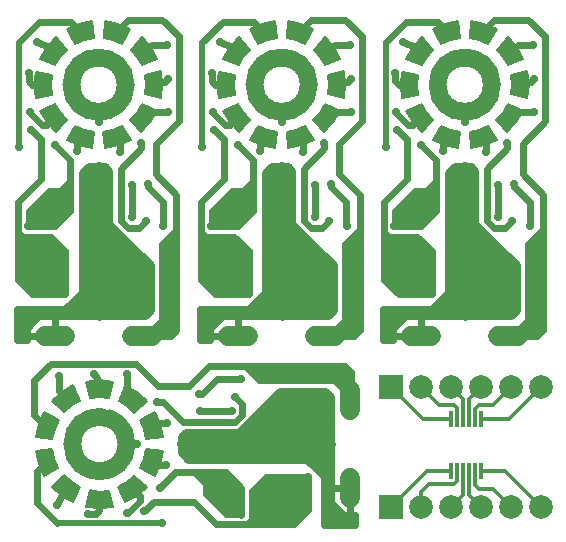
<source format=gbr>
%FSLAX34Y34*%
%MOMM*%
%LNCOPPER_TOP*%
G71*
G01*
%ADD10C, 2.000*%
%ADD11R, 0.300X1.450*%
%ADD12C, 0.300*%
%ADD13C, 0.700*%
%ADD14C, 0.600*%
%ADD15C, 1.700*%
%ADD16C, 0.500*%
%ADD17C, 1.500*%
%ADD18C, 0.150*%
%ADD19R, 0.900X0.900*%
%LPD*%
G36*
X345597Y-461325D02*
X365597Y-461325D01*
X365597Y-481325D01*
X345597Y-481325D01*
X345597Y-461325D01*
G37*
X380997Y-471325D02*
G54D10*
D03*
X406397Y-471325D02*
G54D10*
D03*
X431797Y-471325D02*
G54D10*
D03*
X457197Y-471325D02*
G54D10*
D03*
X457197Y-369725D02*
G54D10*
D03*
X431797Y-369725D02*
G54D10*
D03*
X406397Y-369725D02*
G54D10*
D03*
X380997Y-369725D02*
G54D10*
D03*
G36*
X345597Y-359725D02*
X365597Y-359725D01*
X365597Y-379725D01*
X345597Y-379725D01*
X345597Y-359725D01*
G37*
X406600Y-441000D02*
G54D11*
D03*
X406600Y-397000D02*
G54D11*
D03*
X411600Y-441000D02*
G54D11*
D03*
X411600Y-397000D02*
G54D11*
D03*
X416600Y-441000D02*
G54D11*
D03*
X416600Y-397000D02*
G54D11*
D03*
X421600Y-441000D02*
G54D11*
D03*
X421600Y-397000D02*
G54D11*
D03*
X426600Y-441000D02*
G54D11*
D03*
X426600Y-397000D02*
G54D11*
D03*
X431600Y-441000D02*
G54D11*
D03*
X431600Y-397000D02*
G54D11*
D03*
X482597Y-471325D02*
G54D10*
D03*
X482597Y-369725D02*
G54D10*
D03*
G54D12*
X406600Y-441000D02*
X385922Y-441000D01*
X355597Y-471325D01*
G54D12*
X411600Y-441000D02*
X411600Y-449400D01*
X409000Y-452000D01*
X388000Y-452000D01*
X381000Y-459000D01*
X380997Y-471325D01*
G54D12*
X416600Y-441000D02*
X416600Y-461122D01*
X406397Y-471325D01*
G54D12*
X421600Y-441000D02*
X421600Y-461128D01*
X431797Y-471325D01*
G54D12*
X426600Y-441000D02*
X426600Y-452600D01*
X430000Y-456000D01*
X441872Y-456000D01*
X457197Y-471325D01*
G54D12*
X431600Y-441000D02*
X452272Y-441000D01*
X482597Y-471325D01*
G54D12*
X431600Y-397000D02*
X455322Y-397000D01*
X482597Y-369725D01*
G54D12*
X426600Y-397000D02*
X426600Y-388400D01*
X430000Y-385000D01*
X441922Y-385000D01*
X457197Y-369725D01*
G54D12*
X421600Y-397000D02*
X421600Y-379922D01*
X431797Y-369725D01*
G54D12*
X416600Y-397000D02*
X416600Y-379928D01*
X406397Y-369725D01*
G54D12*
X411600Y-397000D02*
X411600Y-387600D01*
X409000Y-385000D01*
X396272Y-385000D01*
X380997Y-369725D01*
G54D12*
X406600Y-397000D02*
X382872Y-397000D01*
X355597Y-369725D01*
X108000Y-146000D02*
G54D13*
D03*
X166000Y-80000D02*
G54D13*
D03*
G54D14*
X146000Y-87000D02*
X153000Y-80000D01*
X166000Y-80000D01*
X167000Y-109000D02*
G54D13*
D03*
X167000Y-137000D02*
G54D13*
D03*
G54D14*
X146000Y-141000D02*
X150000Y-137000D01*
X167000Y-137000D01*
G54D14*
X108000Y-146000D02*
X108000Y-137000D01*
X126000Y-171000D02*
G54D13*
D03*
X90000Y-170000D02*
G54D13*
D03*
G54D14*
X122000Y-158000D02*
X126000Y-162000D01*
X126000Y-171000D01*
G54D14*
X94000Y-158000D02*
X90000Y-162000D01*
X90000Y-170000D01*
X50000Y-137000D02*
G54D13*
D03*
X49000Y-104000D02*
G54D13*
D03*
X56000Y-78000D02*
G54D13*
D03*
G54D14*
X71000Y-87000D02*
X66000Y-82000D01*
X56000Y-78000D01*
G54D15*
X136500Y-326500D02*
X153500Y-326500D01*
G54D15*
X62500Y-326500D02*
X79500Y-326500D01*
G54D14*
X122000Y-70000D02*
X133000Y-59000D01*
X162000Y-59000D01*
X176000Y-73000D01*
X176000Y-145000D01*
X157000Y-164000D01*
G54D14*
X157000Y-164000D02*
X157000Y-190000D01*
X174000Y-207000D01*
X174000Y-321000D01*
X150000Y-198000D02*
G54D13*
D03*
G54D14*
X150000Y-198000D02*
X150000Y-200700D01*
X162900Y-213600D01*
X162900Y-233900D01*
X163000Y-234000D01*
X162900Y-233900D01*
X163000Y-234000D02*
G54D13*
D03*
X136000Y-226000D02*
G54D13*
D03*
X136000Y-199000D02*
G54D13*
D03*
X144000Y-163000D02*
G54D13*
D03*
G54D14*
X136000Y-199000D02*
X136000Y-226000D01*
G54D14*
X144000Y-165000D02*
X144000Y-168000D01*
X127000Y-185000D01*
X127000Y-229000D01*
X133000Y-235000D01*
X142000Y-235000D01*
X148000Y-229000D01*
X148000Y-229000D02*
G54D13*
D03*
X48500Y-234000D02*
G54D13*
D03*
X71000Y-165000D02*
G54D13*
D03*
G54D14*
X48000Y-234000D02*
X71000Y-234000D01*
X84000Y-221000D01*
X84000Y-178000D01*
X71000Y-165000D01*
G54D16*
X41000Y-80000D02*
X41000Y-167000D01*
X41000Y-167000D02*
G54D13*
D03*
X80000Y-291000D02*
G54D13*
D03*
G54D14*
X80000Y-291000D02*
X80000Y-283000D01*
X40000Y-243000D01*
X40000Y-213000D01*
X59000Y-194000D01*
X59000Y-160000D01*
X51000Y-152000D01*
X51000Y-152000D02*
G54D13*
D03*
X108000Y-183000D02*
G54D13*
D03*
X108000Y-191000D02*
G54D13*
D03*
G54D14*
X108000Y-183000D02*
X108000Y-191000D01*
X108000Y-310500D01*
G54D14*
X94000Y-70000D02*
X85000Y-61000D01*
X58000Y-61000D01*
X41000Y-78000D01*
G36*
X108000Y-183000D02*
X100000Y-183000D01*
X94000Y-189000D01*
X94000Y-290000D01*
X80000Y-304000D01*
X39000Y-304000D01*
X39000Y-331000D01*
X48000Y-331000D01*
X48000Y-321000D01*
X58000Y-311000D01*
X148000Y-311000D01*
X153000Y-306000D01*
X153000Y-267000D01*
X118000Y-232000D01*
X118000Y-187000D01*
X114000Y-183000D01*
X108000Y-183000D01*
G37*
G54D16*
X108000Y-183000D02*
X100000Y-183000D01*
X94000Y-189000D01*
X94000Y-290000D01*
X80000Y-304000D01*
X39000Y-304000D01*
X39000Y-331000D01*
X48000Y-331000D01*
X48000Y-321000D01*
X58000Y-311000D01*
X148000Y-311000D01*
X153000Y-306000D01*
X153000Y-267000D01*
X118000Y-232000D01*
X118000Y-187000D01*
X114000Y-183000D01*
X108000Y-183000D01*
G36*
X84000Y-196000D02*
X83000Y-196000D01*
X75000Y-204000D01*
X66000Y-204000D01*
X49000Y-221000D01*
X49000Y-233500D01*
X48500Y-234000D01*
X71000Y-234000D01*
X84000Y-221000D01*
X84000Y-196000D01*
G37*
G54D14*
X84000Y-196000D02*
X83000Y-196000D01*
X75000Y-204000D01*
X66000Y-204000D01*
X49000Y-221000D01*
X49000Y-233500D01*
X48500Y-234000D01*
X71000Y-234000D01*
X84000Y-221000D01*
X84000Y-196000D01*
G36*
X40000Y-243000D02*
X68000Y-243000D01*
X80000Y-255000D01*
X80000Y-291000D01*
X52000Y-291000D01*
X40000Y-279000D01*
X40000Y-243000D01*
G37*
G54D14*
X40000Y-243000D02*
X68000Y-243000D01*
X80000Y-255000D01*
X80000Y-291000D01*
X52000Y-291000D01*
X40000Y-279000D01*
X40000Y-243000D01*
G54D14*
X40000Y-239000D02*
X45000Y-244000D01*
G54D14*
X50000Y-137000D02*
X50000Y-138000D01*
X60000Y-148000D01*
X64000Y-148000D01*
X71000Y-141000D01*
G54D14*
X61000Y-114000D02*
X52000Y-114000D01*
X49000Y-111000D01*
X49000Y-104000D01*
G54D14*
X155000Y-112000D02*
X164000Y-112000D01*
X167000Y-109000D01*
G54D14*
X71000Y-326500D02*
X41500Y-326500D01*
X41000Y-327000D01*
G54D14*
X71000Y-326500D02*
X71000Y-308000D01*
G36*
X145000Y-326500D02*
X148500Y-326500D01*
X162000Y-313000D01*
X162000Y-249000D01*
X174000Y-237000D01*
X174000Y-322000D01*
X169000Y-327000D01*
X145500Y-327000D01*
X145000Y-326500D01*
G37*
G54D14*
X145000Y-326500D02*
X148500Y-326500D01*
X162000Y-313000D01*
X162000Y-249000D01*
X174000Y-237000D01*
X174000Y-322000D01*
X169000Y-327000D01*
X145500Y-327000D01*
X145000Y-326500D01*
G54D17*
G75*
G01X131000Y-114000D02*
G03X131000Y-114000I-23000J0D01*
G01*
G36*
X112250Y-74250D02*
X113644Y-60296D01*
X124687Y-62643D01*
X135000Y-67235D01*
X128000Y-79500D01*
X120500Y-76000D01*
X112250Y-74250D01*
G37*
G54D18*
X112250Y-74250D02*
X113644Y-60296D01*
X124687Y-62643D01*
X135000Y-67235D01*
X128000Y-79500D01*
X120500Y-76000D01*
X112250Y-74250D01*
G36*
X135119Y-84234D02*
X144449Y-73765D01*
X152003Y-82154D01*
X157648Y-91931D01*
X144775Y-97739D01*
X140765Y-90499D01*
X135119Y-84234D01*
G37*
G54D18*
X135119Y-84234D02*
X144449Y-73765D01*
X152003Y-82154D01*
X157648Y-91931D01*
X144775Y-97739D01*
X140765Y-90499D01*
X135119Y-84234D01*
G36*
X147170Y-105645D02*
X160872Y-102659D01*
X162052Y-113886D01*
X160872Y-125114D01*
X147044Y-122246D01*
X148055Y-114032D01*
X147170Y-105645D01*
G37*
G54D18*
X147170Y-105645D02*
X160872Y-102659D01*
X162052Y-113886D01*
X160872Y-125114D01*
X147044Y-122246D01*
X148055Y-114032D01*
X147170Y-105645D01*
G36*
X144491Y-130325D02*
X157332Y-135964D01*
X151687Y-145740D01*
X144133Y-154130D01*
X134631Y-143682D01*
X140277Y-137631D01*
X144491Y-130325D01*
G37*
G54D18*
X144491Y-130325D02*
X157332Y-135964D01*
X151687Y-145740D01*
X144133Y-154130D01*
X134631Y-143682D01*
X140277Y-137631D01*
X144491Y-130325D01*
G36*
X128020Y-148712D02*
X135094Y-160821D01*
X124780Y-165413D01*
X113738Y-167760D01*
X112192Y-153723D01*
X120317Y-152146D01*
X128020Y-148712D01*
G37*
G54D18*
X128020Y-148712D02*
X135094Y-160821D01*
X124780Y-165413D01*
X113738Y-167760D01*
X112192Y-153723D01*
X120317Y-152146D01*
X128020Y-148712D01*
G36*
X103777Y-153852D02*
X102383Y-167806D01*
X91340Y-165459D01*
X81027Y-160867D01*
X88027Y-148602D01*
X95527Y-152102D01*
X103777Y-153852D01*
G37*
G54D18*
X103777Y-153852D02*
X102383Y-167806D01*
X91340Y-165459D01*
X81027Y-160867D01*
X88027Y-148602D01*
X95527Y-152102D01*
X103777Y-153852D01*
G36*
X81158Y-143618D02*
X71828Y-154087D01*
X64274Y-145698D01*
X58629Y-135921D01*
X71502Y-130113D01*
X75512Y-137353D01*
X81158Y-143618D01*
G37*
G54D18*
X81158Y-143618D02*
X71828Y-154087D01*
X64274Y-145698D01*
X58629Y-135921D01*
X71502Y-130113D01*
X75512Y-137353D01*
X81158Y-143618D01*
G36*
X68607Y-122457D02*
X54904Y-125443D01*
X53724Y-114216D01*
X54904Y-102988D01*
X68733Y-105856D01*
X67722Y-114070D01*
X68607Y-122457D01*
G37*
G54D18*
X68607Y-122457D02*
X54904Y-125443D01*
X53724Y-114216D01*
X54904Y-102988D01*
X68733Y-105856D01*
X67722Y-114070D01*
X68607Y-122457D01*
G36*
X71509Y-97675D02*
X58668Y-92036D01*
X64313Y-82260D01*
X71867Y-73870D01*
X81369Y-84318D01*
X75723Y-90369D01*
X71509Y-97675D01*
G37*
G54D18*
X71509Y-97675D02*
X58668Y-92036D01*
X64313Y-82260D01*
X71867Y-73870D01*
X81369Y-84318D01*
X75723Y-90369D01*
X71509Y-97675D01*
G36*
X87980Y-79287D02*
X80906Y-67178D01*
X91219Y-62586D01*
X102262Y-60239D01*
X103808Y-74277D01*
X95683Y-75854D01*
X87980Y-79287D01*
G37*
G54D18*
X87980Y-79287D02*
X80906Y-67178D01*
X91219Y-62586D01*
X102262Y-60239D01*
X103808Y-74277D01*
X95683Y-75854D01*
X87980Y-79287D01*
X155000Y-114000D02*
G54D19*
D03*
X62000Y-114000D02*
G54D19*
D03*
G36*
X119111Y-64330D02*
X127670Y-67111D01*
X124889Y-75670D01*
X116330Y-72889D01*
X119111Y-64330D01*
G37*
G36*
X146996Y-80714D02*
X152285Y-87996D01*
X145004Y-93286D01*
X139714Y-86004D01*
X146996Y-80714D01*
G37*
G36*
X152286Y-140004D02*
X146995Y-147286D01*
X139714Y-141996D01*
X145005Y-134714D01*
X152286Y-140004D01*
G37*
G36*
X127670Y-160889D02*
X119111Y-163670D01*
X116330Y-155111D01*
X124889Y-152330D01*
X127670Y-160889D01*
G37*
G36*
X96889Y-163670D02*
X88330Y-160889D01*
X91111Y-152330D01*
X99670Y-155111D01*
X96889Y-163670D01*
G37*
G36*
X70005Y-147286D02*
X64715Y-140004D01*
X71996Y-134714D01*
X77286Y-141996D01*
X70005Y-147286D01*
G37*
G36*
X70004Y-80714D02*
X77286Y-86005D01*
X71996Y-93286D01*
X64714Y-87996D01*
X70004Y-80714D01*
G37*
G36*
X96889Y-64330D02*
X99670Y-72889D01*
X91111Y-75670D01*
X88330Y-67111D01*
X96889Y-64330D01*
G37*
X263000Y-146000D02*
G54D13*
D03*
X321000Y-80000D02*
G54D13*
D03*
G54D14*
X301000Y-87000D02*
X308000Y-80000D01*
X321000Y-80000D01*
X322000Y-109000D02*
G54D13*
D03*
X322000Y-137000D02*
G54D13*
D03*
G54D14*
X301000Y-141000D02*
X305000Y-137000D01*
X322000Y-137000D01*
G54D14*
X263000Y-146000D02*
X263000Y-137000D01*
X281000Y-171000D02*
G54D13*
D03*
X245000Y-170000D02*
G54D13*
D03*
G54D14*
X277000Y-158000D02*
X281000Y-162000D01*
X281000Y-171000D01*
G54D14*
X249000Y-158000D02*
X245000Y-162000D01*
X245000Y-170000D01*
X205000Y-137000D02*
G54D13*
D03*
X204000Y-104000D02*
G54D13*
D03*
X211000Y-78000D02*
G54D13*
D03*
G54D14*
X226000Y-87000D02*
X221000Y-82000D01*
X211000Y-78000D01*
G54D15*
X291500Y-326500D02*
X308500Y-326500D01*
G54D15*
X217500Y-326500D02*
X234500Y-326500D01*
G54D14*
X277000Y-70000D02*
X288000Y-59000D01*
X317000Y-59000D01*
X331000Y-73000D01*
X331000Y-145000D01*
X312000Y-164000D01*
G54D14*
X312000Y-164000D02*
X312000Y-190000D01*
X329000Y-207000D01*
X329000Y-321000D01*
X305000Y-198000D02*
G54D13*
D03*
G54D14*
X305000Y-198000D02*
X305000Y-200700D01*
X317900Y-213600D01*
X317900Y-233900D01*
X318000Y-234000D01*
X317900Y-233900D01*
X318000Y-234000D02*
G54D13*
D03*
X291000Y-226000D02*
G54D13*
D03*
X291000Y-199000D02*
G54D13*
D03*
X299000Y-163000D02*
G54D13*
D03*
G54D14*
X291000Y-199000D02*
X291000Y-226000D01*
G54D14*
X299000Y-165000D02*
X299000Y-168000D01*
X282000Y-185000D01*
X282000Y-229000D01*
X288000Y-235000D01*
X297000Y-235000D01*
X303000Y-229000D01*
X303000Y-229000D02*
G54D13*
D03*
X203500Y-234000D02*
G54D13*
D03*
X226000Y-165000D02*
G54D13*
D03*
G54D14*
X203000Y-234000D02*
X226000Y-234000D01*
X239000Y-221000D01*
X239000Y-178000D01*
X226000Y-165000D01*
G54D16*
X196000Y-80000D02*
X196000Y-167000D01*
X196000Y-167000D02*
G54D13*
D03*
X235000Y-291000D02*
G54D13*
D03*
G54D14*
X235000Y-291000D02*
X235000Y-283000D01*
X195000Y-243000D01*
X195000Y-213000D01*
X214000Y-194000D01*
X214000Y-160000D01*
X206000Y-152000D01*
X206000Y-152000D02*
G54D13*
D03*
X263000Y-183000D02*
G54D13*
D03*
X263000Y-191000D02*
G54D13*
D03*
G54D14*
X263000Y-183000D02*
X263000Y-191000D01*
X263000Y-310500D01*
G54D14*
X249000Y-70000D02*
X240000Y-61000D01*
X213000Y-61000D01*
X196000Y-78000D01*
G36*
X263000Y-183000D02*
X255000Y-183000D01*
X249000Y-189000D01*
X249000Y-290000D01*
X235000Y-304000D01*
X194000Y-304000D01*
X194000Y-331000D01*
X203000Y-331000D01*
X203000Y-321000D01*
X213000Y-311000D01*
X303000Y-311000D01*
X308000Y-306000D01*
X308000Y-267000D01*
X273000Y-232000D01*
X273000Y-187000D01*
X269000Y-183000D01*
X263000Y-183000D01*
G37*
G54D16*
X263000Y-183000D02*
X255000Y-183000D01*
X249000Y-189000D01*
X249000Y-290000D01*
X235000Y-304000D01*
X194000Y-304000D01*
X194000Y-331000D01*
X203000Y-331000D01*
X203000Y-321000D01*
X213000Y-311000D01*
X303000Y-311000D01*
X308000Y-306000D01*
X308000Y-267000D01*
X273000Y-232000D01*
X273000Y-187000D01*
X269000Y-183000D01*
X263000Y-183000D01*
G36*
X239000Y-196000D02*
X238000Y-196000D01*
X230000Y-204000D01*
X221000Y-204000D01*
X204000Y-221000D01*
X204000Y-233500D01*
X203500Y-234000D01*
X226000Y-234000D01*
X239000Y-221000D01*
X239000Y-196000D01*
G37*
G54D14*
X239000Y-196000D02*
X238000Y-196000D01*
X230000Y-204000D01*
X221000Y-204000D01*
X204000Y-221000D01*
X204000Y-233500D01*
X203500Y-234000D01*
X226000Y-234000D01*
X239000Y-221000D01*
X239000Y-196000D01*
G36*
X195000Y-243000D02*
X223000Y-243000D01*
X235000Y-255000D01*
X235000Y-291000D01*
X207000Y-291000D01*
X195000Y-279000D01*
X195000Y-243000D01*
G37*
G54D14*
X195000Y-243000D02*
X223000Y-243000D01*
X235000Y-255000D01*
X235000Y-291000D01*
X207000Y-291000D01*
X195000Y-279000D01*
X195000Y-243000D01*
G54D14*
X195000Y-239000D02*
X200000Y-244000D01*
G54D14*
X205000Y-137000D02*
X205000Y-138000D01*
X215000Y-148000D01*
X219000Y-148000D01*
X226000Y-141000D01*
G54D14*
X216000Y-114000D02*
X207000Y-114000D01*
X204000Y-111000D01*
X204000Y-104000D01*
G54D14*
X310000Y-112000D02*
X319000Y-112000D01*
X322000Y-109000D01*
G54D14*
X226000Y-326500D02*
X196500Y-326500D01*
X196000Y-327000D01*
G54D14*
X226000Y-326500D02*
X226000Y-308000D01*
G36*
X300000Y-326500D02*
X303500Y-326500D01*
X317000Y-313000D01*
X317000Y-249000D01*
X329000Y-237000D01*
X329000Y-322000D01*
X324000Y-327000D01*
X300500Y-327000D01*
X300000Y-326500D01*
G37*
G54D14*
X300000Y-326500D02*
X303500Y-326500D01*
X317000Y-313000D01*
X317000Y-249000D01*
X329000Y-237000D01*
X329000Y-322000D01*
X324000Y-327000D01*
X300500Y-327000D01*
X300000Y-326500D01*
G54D17*
G75*
G01X286000Y-114000D02*
G03X286000Y-114000I-23000J0D01*
G01*
G36*
X267250Y-74250D02*
X268644Y-60296D01*
X279687Y-62643D01*
X290000Y-67235D01*
X283000Y-79500D01*
X275500Y-76000D01*
X267250Y-74250D01*
G37*
G54D18*
X267250Y-74250D02*
X268644Y-60296D01*
X279687Y-62643D01*
X290000Y-67235D01*
X283000Y-79500D01*
X275500Y-76000D01*
X267250Y-74250D01*
G36*
X290119Y-84234D02*
X299449Y-73765D01*
X307003Y-82154D01*
X312648Y-91931D01*
X299775Y-97739D01*
X295765Y-90499D01*
X290119Y-84234D01*
G37*
G54D18*
X290119Y-84234D02*
X299449Y-73765D01*
X307003Y-82154D01*
X312648Y-91931D01*
X299775Y-97739D01*
X295765Y-90499D01*
X290119Y-84234D01*
G36*
X302170Y-105645D02*
X315872Y-102659D01*
X317052Y-113886D01*
X315872Y-125114D01*
X302044Y-122246D01*
X303055Y-114032D01*
X302170Y-105645D01*
G37*
G54D18*
X302170Y-105645D02*
X315872Y-102659D01*
X317052Y-113886D01*
X315872Y-125114D01*
X302044Y-122246D01*
X303055Y-114032D01*
X302170Y-105645D01*
G36*
X299491Y-130325D02*
X312332Y-135964D01*
X306687Y-145740D01*
X299133Y-154130D01*
X289631Y-143682D01*
X295277Y-137631D01*
X299491Y-130325D01*
G37*
G54D18*
X299491Y-130325D02*
X312332Y-135964D01*
X306687Y-145740D01*
X299133Y-154130D01*
X289631Y-143682D01*
X295277Y-137631D01*
X299491Y-130325D01*
G36*
X283020Y-148712D02*
X290094Y-160821D01*
X279780Y-165413D01*
X268738Y-167760D01*
X267192Y-153723D01*
X275317Y-152146D01*
X283020Y-148712D01*
G37*
G54D18*
X283020Y-148712D02*
X290094Y-160821D01*
X279780Y-165413D01*
X268738Y-167760D01*
X267192Y-153723D01*
X275317Y-152146D01*
X283020Y-148712D01*
G36*
X258777Y-153852D02*
X257383Y-167806D01*
X246340Y-165459D01*
X236027Y-160867D01*
X243027Y-148602D01*
X250527Y-152102D01*
X258777Y-153852D01*
G37*
G54D18*
X258777Y-153852D02*
X257383Y-167806D01*
X246340Y-165459D01*
X236027Y-160867D01*
X243027Y-148602D01*
X250527Y-152102D01*
X258777Y-153852D01*
G36*
X236158Y-143618D02*
X226828Y-154087D01*
X219274Y-145698D01*
X213629Y-135921D01*
X226502Y-130113D01*
X230512Y-137353D01*
X236158Y-143618D01*
G37*
G54D18*
X236158Y-143618D02*
X226828Y-154087D01*
X219274Y-145698D01*
X213629Y-135921D01*
X226502Y-130113D01*
X230512Y-137353D01*
X236158Y-143618D01*
G36*
X223607Y-122457D02*
X209904Y-125443D01*
X208724Y-114216D01*
X209904Y-102988D01*
X223733Y-105856D01*
X222722Y-114070D01*
X223607Y-122457D01*
G37*
G54D18*
X223607Y-122457D02*
X209904Y-125443D01*
X208724Y-114216D01*
X209904Y-102988D01*
X223733Y-105856D01*
X222722Y-114070D01*
X223607Y-122457D01*
G36*
X226509Y-97675D02*
X213668Y-92036D01*
X219313Y-82260D01*
X226867Y-73870D01*
X236369Y-84318D01*
X230723Y-90369D01*
X226509Y-97675D01*
G37*
G54D18*
X226509Y-97675D02*
X213668Y-92036D01*
X219313Y-82260D01*
X226867Y-73870D01*
X236369Y-84318D01*
X230723Y-90369D01*
X226509Y-97675D01*
G36*
X242980Y-79287D02*
X235906Y-67178D01*
X246219Y-62586D01*
X257262Y-60239D01*
X258808Y-74277D01*
X250683Y-75854D01*
X242980Y-79287D01*
G37*
G54D18*
X242980Y-79287D02*
X235906Y-67178D01*
X246219Y-62586D01*
X257262Y-60239D01*
X258808Y-74277D01*
X250683Y-75854D01*
X242980Y-79287D01*
X310000Y-114000D02*
G54D19*
D03*
X217000Y-114000D02*
G54D19*
D03*
G36*
X274111Y-64330D02*
X282670Y-67111D01*
X279889Y-75670D01*
X271330Y-72889D01*
X274111Y-64330D01*
G37*
G36*
X301996Y-80714D02*
X307285Y-87996D01*
X300004Y-93286D01*
X294714Y-86004D01*
X301996Y-80714D01*
G37*
G36*
X307286Y-140004D02*
X301995Y-147286D01*
X294714Y-141996D01*
X300005Y-134714D01*
X307286Y-140004D01*
G37*
G36*
X282670Y-160889D02*
X274111Y-163670D01*
X271330Y-155111D01*
X279889Y-152330D01*
X282670Y-160889D01*
G37*
G36*
X251889Y-163670D02*
X243330Y-160889D01*
X246111Y-152330D01*
X254670Y-155111D01*
X251889Y-163670D01*
G37*
G36*
X225005Y-147286D02*
X219715Y-140004D01*
X226996Y-134714D01*
X232286Y-141996D01*
X225005Y-147286D01*
G37*
G36*
X225004Y-80714D02*
X232286Y-86005D01*
X226996Y-93286D01*
X219714Y-87996D01*
X225004Y-80714D01*
G37*
G36*
X251889Y-64330D02*
X254670Y-72889D01*
X246111Y-75670D01*
X243330Y-67111D01*
X251889Y-64330D01*
G37*
X418000Y-146000D02*
G54D13*
D03*
X476000Y-80000D02*
G54D13*
D03*
G54D14*
X456000Y-87000D02*
X463000Y-80000D01*
X476000Y-80000D01*
X477000Y-109000D02*
G54D13*
D03*
X477000Y-137000D02*
G54D13*
D03*
G54D14*
X456000Y-141000D02*
X460000Y-137000D01*
X477000Y-137000D01*
G54D14*
X418000Y-146000D02*
X418000Y-137000D01*
X436000Y-171000D02*
G54D13*
D03*
X400000Y-170000D02*
G54D13*
D03*
G54D14*
X432000Y-158000D02*
X436000Y-162000D01*
X436000Y-171000D01*
G54D14*
X404000Y-158000D02*
X400000Y-162000D01*
X400000Y-170000D01*
X360000Y-137000D02*
G54D13*
D03*
X359000Y-104000D02*
G54D13*
D03*
X366000Y-78000D02*
G54D13*
D03*
G54D14*
X381000Y-87000D02*
X376000Y-82000D01*
X366000Y-78000D01*
G54D15*
X446500Y-326500D02*
X463500Y-326500D01*
G54D15*
X372500Y-326500D02*
X389500Y-326500D01*
G54D14*
X432000Y-70000D02*
X443000Y-59000D01*
X472000Y-59000D01*
X486000Y-73000D01*
X486000Y-145000D01*
X467000Y-164000D01*
G54D14*
X467000Y-164000D02*
X467000Y-190000D01*
X484000Y-207000D01*
X484000Y-321000D01*
X460000Y-198000D02*
G54D13*
D03*
G54D14*
X460000Y-198000D02*
X460000Y-200700D01*
X472900Y-213600D01*
X472900Y-233900D01*
X473000Y-234000D01*
X472900Y-233900D01*
X473000Y-234000D02*
G54D13*
D03*
X446000Y-226000D02*
G54D13*
D03*
X446000Y-199000D02*
G54D13*
D03*
X454000Y-163000D02*
G54D13*
D03*
G54D14*
X446000Y-199000D02*
X446000Y-226000D01*
G54D14*
X454000Y-165000D02*
X454000Y-168000D01*
X437000Y-185000D01*
X437000Y-229000D01*
X443000Y-235000D01*
X452000Y-235000D01*
X458000Y-229000D01*
X458000Y-229000D02*
G54D13*
D03*
X358500Y-234000D02*
G54D13*
D03*
X381000Y-165000D02*
G54D13*
D03*
G54D14*
X358000Y-234000D02*
X381000Y-234000D01*
X394000Y-221000D01*
X394000Y-178000D01*
X381000Y-165000D01*
G54D16*
X351000Y-80000D02*
X351000Y-167000D01*
X351000Y-167000D02*
G54D13*
D03*
X390000Y-291000D02*
G54D13*
D03*
G54D14*
X390000Y-291000D02*
X390000Y-283000D01*
X350000Y-243000D01*
X350000Y-213000D01*
X369000Y-194000D01*
X369000Y-160000D01*
X361000Y-152000D01*
X361000Y-152000D02*
G54D13*
D03*
X418000Y-183000D02*
G54D13*
D03*
X418000Y-191000D02*
G54D13*
D03*
G54D14*
X418000Y-183000D02*
X418000Y-191000D01*
X418000Y-310500D01*
G54D14*
X404000Y-70000D02*
X395000Y-61000D01*
X368000Y-61000D01*
X351000Y-78000D01*
G36*
X418000Y-183000D02*
X410000Y-183000D01*
X404000Y-189000D01*
X404000Y-290000D01*
X390000Y-304000D01*
X349000Y-304000D01*
X349000Y-331000D01*
X358000Y-331000D01*
X358000Y-321000D01*
X368000Y-311000D01*
X458000Y-311000D01*
X463000Y-306000D01*
X463000Y-267000D01*
X428000Y-232000D01*
X428000Y-187000D01*
X424000Y-183000D01*
X418000Y-183000D01*
G37*
G54D16*
X418000Y-183000D02*
X410000Y-183000D01*
X404000Y-189000D01*
X404000Y-290000D01*
X390000Y-304000D01*
X349000Y-304000D01*
X349000Y-331000D01*
X358000Y-331000D01*
X358000Y-321000D01*
X368000Y-311000D01*
X458000Y-311000D01*
X463000Y-306000D01*
X463000Y-267000D01*
X428000Y-232000D01*
X428000Y-187000D01*
X424000Y-183000D01*
X418000Y-183000D01*
G36*
X394000Y-196000D02*
X393000Y-196000D01*
X385000Y-204000D01*
X376000Y-204000D01*
X359000Y-221000D01*
X359000Y-233500D01*
X358500Y-234000D01*
X381000Y-234000D01*
X394000Y-221000D01*
X394000Y-196000D01*
G37*
G54D14*
X394000Y-196000D02*
X393000Y-196000D01*
X385000Y-204000D01*
X376000Y-204000D01*
X359000Y-221000D01*
X359000Y-233500D01*
X358500Y-234000D01*
X381000Y-234000D01*
X394000Y-221000D01*
X394000Y-196000D01*
G36*
X350000Y-243000D02*
X378000Y-243000D01*
X390000Y-255000D01*
X390000Y-291000D01*
X362000Y-291000D01*
X350000Y-279000D01*
X350000Y-243000D01*
G37*
G54D14*
X350000Y-243000D02*
X378000Y-243000D01*
X390000Y-255000D01*
X390000Y-291000D01*
X362000Y-291000D01*
X350000Y-279000D01*
X350000Y-243000D01*
G54D14*
X350000Y-239000D02*
X355000Y-244000D01*
G54D14*
X360000Y-137000D02*
X360000Y-138000D01*
X370000Y-148000D01*
X374000Y-148000D01*
X381000Y-141000D01*
G54D14*
X371000Y-114000D02*
X362000Y-114000D01*
X359000Y-111000D01*
X359000Y-104000D01*
G54D14*
X465000Y-112000D02*
X474000Y-112000D01*
X477000Y-109000D01*
G54D14*
X381000Y-326500D02*
X351500Y-326500D01*
X351000Y-327000D01*
G54D14*
X381000Y-326500D02*
X381000Y-308000D01*
G36*
X455000Y-326500D02*
X458500Y-326500D01*
X472000Y-313000D01*
X472000Y-249000D01*
X484000Y-237000D01*
X484000Y-322000D01*
X479000Y-327000D01*
X455500Y-327000D01*
X455000Y-326500D01*
G37*
G54D14*
X455000Y-326500D02*
X458500Y-326500D01*
X472000Y-313000D01*
X472000Y-249000D01*
X484000Y-237000D01*
X484000Y-322000D01*
X479000Y-327000D01*
X455500Y-327000D01*
X455000Y-326500D01*
G54D17*
G75*
G01X441000Y-114000D02*
G03X441000Y-114000I-23000J0D01*
G01*
G36*
X422250Y-74250D02*
X423644Y-60296D01*
X434687Y-62643D01*
X445000Y-67235D01*
X438000Y-79500D01*
X430500Y-76000D01*
X422250Y-74250D01*
G37*
G54D18*
X422250Y-74250D02*
X423644Y-60296D01*
X434687Y-62643D01*
X445000Y-67235D01*
X438000Y-79500D01*
X430500Y-76000D01*
X422250Y-74250D01*
G36*
X445119Y-84234D02*
X454449Y-73765D01*
X462003Y-82154D01*
X467648Y-91931D01*
X454775Y-97739D01*
X450765Y-90499D01*
X445119Y-84234D01*
G37*
G54D18*
X445119Y-84234D02*
X454449Y-73765D01*
X462003Y-82154D01*
X467648Y-91931D01*
X454775Y-97739D01*
X450765Y-90499D01*
X445119Y-84234D01*
G36*
X457170Y-105645D02*
X470872Y-102659D01*
X472052Y-113886D01*
X470872Y-125114D01*
X457044Y-122246D01*
X458055Y-114032D01*
X457170Y-105645D01*
G37*
G54D18*
X457170Y-105645D02*
X470872Y-102659D01*
X472052Y-113886D01*
X470872Y-125114D01*
X457044Y-122246D01*
X458055Y-114032D01*
X457170Y-105645D01*
G36*
X454491Y-130325D02*
X467332Y-135964D01*
X461687Y-145740D01*
X454133Y-154130D01*
X444631Y-143682D01*
X450277Y-137631D01*
X454491Y-130325D01*
G37*
G54D18*
X454491Y-130325D02*
X467332Y-135964D01*
X461687Y-145740D01*
X454133Y-154130D01*
X444631Y-143682D01*
X450277Y-137631D01*
X454491Y-130325D01*
G36*
X438020Y-148712D02*
X445094Y-160821D01*
X434780Y-165413D01*
X423738Y-167760D01*
X422192Y-153723D01*
X430317Y-152146D01*
X438020Y-148712D01*
G37*
G54D18*
X438020Y-148712D02*
X445094Y-160821D01*
X434780Y-165413D01*
X423738Y-167760D01*
X422192Y-153723D01*
X430317Y-152146D01*
X438020Y-148712D01*
G36*
X413777Y-153852D02*
X412383Y-167806D01*
X401340Y-165459D01*
X391027Y-160867D01*
X398027Y-148602D01*
X405527Y-152102D01*
X413777Y-153852D01*
G37*
G54D18*
X413777Y-153852D02*
X412383Y-167806D01*
X401340Y-165459D01*
X391027Y-160867D01*
X398027Y-148602D01*
X405527Y-152102D01*
X413777Y-153852D01*
G36*
X391158Y-143618D02*
X381828Y-154087D01*
X374274Y-145698D01*
X368629Y-135921D01*
X381502Y-130113D01*
X385512Y-137353D01*
X391158Y-143618D01*
G37*
G54D18*
X391158Y-143618D02*
X381828Y-154087D01*
X374274Y-145698D01*
X368629Y-135921D01*
X381502Y-130113D01*
X385512Y-137353D01*
X391158Y-143618D01*
G36*
X378607Y-122457D02*
X364904Y-125443D01*
X363724Y-114216D01*
X364904Y-102988D01*
X378733Y-105856D01*
X377722Y-114070D01*
X378607Y-122457D01*
G37*
G54D18*
X378607Y-122457D02*
X364904Y-125443D01*
X363724Y-114216D01*
X364904Y-102988D01*
X378733Y-105856D01*
X377722Y-114070D01*
X378607Y-122457D01*
G36*
X381509Y-97675D02*
X368668Y-92036D01*
X374313Y-82260D01*
X381867Y-73870D01*
X391369Y-84318D01*
X385723Y-90369D01*
X381509Y-97675D01*
G37*
G54D18*
X381509Y-97675D02*
X368668Y-92036D01*
X374313Y-82260D01*
X381867Y-73870D01*
X391369Y-84318D01*
X385723Y-90369D01*
X381509Y-97675D01*
G36*
X397980Y-79287D02*
X390906Y-67178D01*
X401219Y-62586D01*
X412262Y-60239D01*
X413808Y-74277D01*
X405683Y-75854D01*
X397980Y-79287D01*
G37*
G54D18*
X397980Y-79287D02*
X390906Y-67178D01*
X401219Y-62586D01*
X412262Y-60239D01*
X413808Y-74277D01*
X405683Y-75854D01*
X397980Y-79287D01*
X465000Y-114000D02*
G54D19*
D03*
X372000Y-114000D02*
G54D19*
D03*
G36*
X429111Y-64330D02*
X437670Y-67111D01*
X434889Y-75670D01*
X426330Y-72889D01*
X429111Y-64330D01*
G37*
G36*
X456996Y-80714D02*
X462285Y-87996D01*
X455004Y-93286D01*
X449714Y-86004D01*
X456996Y-80714D01*
G37*
G36*
X462286Y-140004D02*
X456995Y-147286D01*
X449714Y-141996D01*
X455005Y-134714D01*
X462286Y-140004D01*
G37*
G36*
X437670Y-160889D02*
X429111Y-163670D01*
X426330Y-155111D01*
X434889Y-152330D01*
X437670Y-160889D01*
G37*
G36*
X406889Y-163670D02*
X398330Y-160889D01*
X401111Y-152330D01*
X409670Y-155111D01*
X406889Y-163670D01*
G37*
G36*
X380005Y-147286D02*
X374715Y-140004D01*
X381996Y-134714D01*
X387286Y-141996D01*
X380005Y-147286D01*
G37*
G36*
X380004Y-80714D02*
X387286Y-86005D01*
X381996Y-93286D01*
X374714Y-87996D01*
X380004Y-80714D01*
G37*
G36*
X406889Y-64330D02*
X409670Y-72889D01*
X401111Y-75670D01*
X398330Y-67111D01*
X406889Y-64330D01*
G37*
X140750Y-418250D02*
G54D13*
D03*
X74750Y-360250D02*
G54D13*
D03*
G54D14*
X81750Y-380250D02*
X74750Y-373250D01*
X74750Y-360250D01*
X103750Y-359250D02*
G54D13*
D03*
X131750Y-359250D02*
G54D13*
D03*
G54D14*
X135750Y-380250D02*
X131750Y-376250D01*
X131750Y-359250D01*
G54D14*
X140750Y-418250D02*
X131750Y-418250D01*
X165750Y-400250D02*
G54D13*
D03*
X164750Y-436250D02*
G54D13*
D03*
G54D14*
X152750Y-404250D02*
X156750Y-400250D01*
X165750Y-400250D01*
G54D14*
X152750Y-432250D02*
X156750Y-436250D01*
X164750Y-436250D01*
X131750Y-476250D02*
G54D13*
D03*
X98750Y-477250D02*
G54D13*
D03*
X72750Y-470250D02*
G54D13*
D03*
G54D14*
X81750Y-455250D02*
X76750Y-460250D01*
X72750Y-470250D01*
G54D15*
X321250Y-389750D02*
X321250Y-372750D01*
G54D15*
X321250Y-463750D02*
X321250Y-446750D01*
G54D14*
X64750Y-404250D02*
X53750Y-393250D01*
X53750Y-364250D01*
X67750Y-350250D01*
X139750Y-350250D01*
X158750Y-369250D01*
G54D14*
X158750Y-369250D02*
X184750Y-369250D01*
X201750Y-352250D01*
X315750Y-352250D01*
X192750Y-376250D02*
G54D13*
D03*
G54D14*
X192750Y-376250D02*
X195450Y-376250D01*
X208350Y-363350D01*
X228650Y-363350D01*
X228750Y-363250D01*
X228650Y-363350D01*
X228750Y-363250D02*
G54D13*
D03*
X220750Y-390250D02*
G54D13*
D03*
X193750Y-390250D02*
G54D13*
D03*
X157750Y-382250D02*
G54D13*
D03*
G54D14*
X193750Y-390250D02*
X220750Y-390250D01*
G54D14*
X159750Y-382250D02*
X162750Y-382250D01*
X179750Y-399250D01*
X223750Y-399250D01*
X229750Y-393250D01*
X229750Y-384250D01*
X223750Y-378250D01*
X223750Y-378250D02*
G54D13*
D03*
X228750Y-477750D02*
G54D13*
D03*
X159750Y-455250D02*
G54D13*
D03*
G54D14*
X228750Y-478250D02*
X228750Y-455250D01*
X215750Y-442250D01*
X172750Y-442250D01*
X159750Y-455250D01*
G54D16*
X74750Y-485250D02*
X161750Y-485250D01*
X161750Y-485250D02*
G54D13*
D03*
X285750Y-446250D02*
G54D13*
D03*
G54D14*
X285750Y-446250D02*
X277750Y-446250D01*
X237750Y-486250D01*
X207750Y-486250D01*
X188750Y-467250D01*
X154750Y-467250D01*
X146750Y-475250D01*
X146750Y-475250D02*
G54D13*
D03*
X177750Y-418250D02*
G54D13*
D03*
X185750Y-418250D02*
G54D13*
D03*
G54D14*
X177750Y-418250D02*
X185750Y-418250D01*
X305250Y-418250D01*
G54D14*
X64750Y-432250D02*
X55750Y-441250D01*
X55750Y-468250D01*
X72750Y-485250D01*
G36*
X177750Y-418250D02*
X177750Y-426250D01*
X183750Y-432250D01*
X284750Y-432250D01*
X298750Y-446250D01*
X298750Y-487250D01*
X325750Y-487250D01*
X325750Y-478250D01*
X315750Y-478250D01*
X305750Y-468250D01*
X305750Y-378250D01*
X300750Y-373250D01*
X261750Y-373250D01*
X226750Y-408250D01*
X181750Y-408250D01*
X177750Y-412250D01*
X177750Y-418250D01*
G37*
G54D16*
X177750Y-418250D02*
X177750Y-426250D01*
X183750Y-432250D01*
X284750Y-432250D01*
X298750Y-446250D01*
X298750Y-487250D01*
X325750Y-487250D01*
X325750Y-478250D01*
X315750Y-478250D01*
X305750Y-468250D01*
X305750Y-378250D01*
X300750Y-373250D01*
X261750Y-373250D01*
X226750Y-408250D01*
X181750Y-408250D01*
X177750Y-412250D01*
X177750Y-418250D01*
G36*
X190750Y-442250D02*
X190750Y-443250D01*
X198750Y-451250D01*
X198750Y-460250D01*
X215750Y-477250D01*
X228250Y-477250D01*
X228750Y-477750D01*
X228750Y-455250D01*
X215750Y-442250D01*
X190750Y-442250D01*
G37*
G54D14*
X190750Y-442250D02*
X190750Y-443250D01*
X198750Y-451250D01*
X198750Y-460250D01*
X215750Y-477250D01*
X228250Y-477250D01*
X228750Y-477750D01*
X228750Y-455250D01*
X215750Y-442250D01*
X190750Y-442250D01*
G36*
X237750Y-486250D02*
X237750Y-458250D01*
X249750Y-446250D01*
X285750Y-446250D01*
X285750Y-474250D01*
X273750Y-486250D01*
X237750Y-486250D01*
G37*
G54D14*
X237750Y-486250D02*
X237750Y-458250D01*
X249750Y-446250D01*
X285750Y-446250D01*
X285750Y-474250D01*
X273750Y-486250D01*
X237750Y-486250D01*
G54D14*
X233750Y-486250D02*
X238750Y-481250D01*
G54D14*
X131750Y-476250D02*
X132750Y-476250D01*
X142750Y-466250D01*
X142750Y-462250D01*
X135750Y-455250D01*
G54D14*
X108750Y-465250D02*
X108750Y-474250D01*
X105750Y-477250D01*
X98750Y-477250D01*
G54D14*
X106750Y-371250D02*
X106750Y-362250D01*
X103750Y-359250D01*
G54D14*
X321250Y-455250D02*
X321250Y-484750D01*
X321750Y-485250D01*
G54D14*
X321250Y-455250D02*
X302750Y-455250D01*
G36*
X321250Y-381250D02*
X321250Y-377750D01*
X307750Y-364250D01*
X243750Y-364250D01*
X231750Y-352250D01*
X316750Y-352250D01*
X321750Y-357250D01*
X321750Y-380750D01*
X321250Y-381250D01*
G37*
G54D14*
X321250Y-381250D02*
X321250Y-377750D01*
X307750Y-364250D01*
X243750Y-364250D01*
X231750Y-352250D01*
X316750Y-352250D01*
X321750Y-357250D01*
X321750Y-380750D01*
X321250Y-381250D01*
G54D17*
G75*
G01X131750Y-418250D02*
G03X131750Y-418250I-23000J0D01*
G01*
G36*
X69000Y-414000D02*
X55046Y-412606D01*
X57393Y-401563D01*
X61985Y-391250D01*
X74250Y-398250D01*
X70750Y-405750D01*
X69000Y-414000D01*
G37*
G54D18*
X69000Y-414000D02*
X55046Y-412606D01*
X57393Y-401563D01*
X61985Y-391250D01*
X74250Y-398250D01*
X70750Y-405750D01*
X69000Y-414000D01*
G36*
X78984Y-391131D02*
X68515Y-381801D01*
X76904Y-374247D01*
X86681Y-368602D01*
X92489Y-381475D01*
X85249Y-385485D01*
X78984Y-391131D01*
G37*
G54D18*
X78984Y-391131D02*
X68515Y-381801D01*
X76904Y-374247D01*
X86681Y-368602D01*
X92489Y-381475D01*
X85249Y-385485D01*
X78984Y-391131D01*
G36*
X100395Y-379080D02*
X97409Y-365378D01*
X108636Y-364198D01*
X119864Y-365378D01*
X116997Y-379206D01*
X108782Y-378195D01*
X100395Y-379080D01*
G37*
G54D18*
X100395Y-379080D02*
X97409Y-365378D01*
X108636Y-364198D01*
X119864Y-365378D01*
X116997Y-379206D01*
X108782Y-378195D01*
X100395Y-379080D01*
G36*
X125075Y-381759D02*
X130714Y-368918D01*
X140490Y-374563D01*
X148880Y-382117D01*
X138432Y-391619D01*
X132381Y-385973D01*
X125075Y-381759D01*
G37*
G54D18*
X125075Y-381759D02*
X130714Y-368918D01*
X140490Y-374563D01*
X148880Y-382117D01*
X138432Y-391619D01*
X132381Y-385973D01*
X125075Y-381759D01*
G36*
X143462Y-398230D02*
X155571Y-391156D01*
X160163Y-401470D01*
X162510Y-412512D01*
X148473Y-414058D01*
X146896Y-405933D01*
X143462Y-398230D01*
G37*
G54D18*
X143462Y-398230D02*
X155571Y-391156D01*
X160163Y-401470D01*
X162510Y-412512D01*
X148473Y-414058D01*
X146896Y-405933D01*
X143462Y-398230D01*
G36*
X148602Y-422473D02*
X162556Y-423867D01*
X160209Y-434910D01*
X155617Y-445223D01*
X143352Y-438223D01*
X146852Y-430723D01*
X148602Y-422473D01*
G37*
G54D18*
X148602Y-422473D02*
X162556Y-423867D01*
X160209Y-434910D01*
X155617Y-445223D01*
X143352Y-438223D01*
X146852Y-430723D01*
X148602Y-422473D01*
G36*
X138368Y-445092D02*
X148837Y-454422D01*
X140448Y-461976D01*
X130671Y-467621D01*
X124863Y-454748D01*
X132103Y-450738D01*
X138368Y-445092D01*
G37*
G54D18*
X138368Y-445092D02*
X148837Y-454422D01*
X140448Y-461976D01*
X130671Y-467621D01*
X124863Y-454748D01*
X132103Y-450738D01*
X138368Y-445092D01*
G36*
X117207Y-457643D02*
X120193Y-471346D01*
X108966Y-472526D01*
X97738Y-471346D01*
X100606Y-457517D01*
X108820Y-458528D01*
X117207Y-457643D01*
G37*
G54D18*
X117207Y-457643D02*
X120193Y-471346D01*
X108966Y-472526D01*
X97738Y-471346D01*
X100606Y-457517D01*
X108820Y-458528D01*
X117207Y-457643D01*
G36*
X92425Y-454741D02*
X86786Y-467582D01*
X77010Y-461937D01*
X68620Y-454383D01*
X79068Y-444881D01*
X85119Y-450527D01*
X92425Y-454741D01*
G37*
G54D18*
X92425Y-454741D02*
X86786Y-467582D01*
X77010Y-461937D01*
X68620Y-454383D01*
X79068Y-444881D01*
X85119Y-450527D01*
X92425Y-454741D01*
G36*
X74037Y-438270D02*
X61928Y-445344D01*
X57337Y-435031D01*
X54989Y-423988D01*
X69027Y-422442D01*
X70604Y-430567D01*
X74037Y-438270D01*
G37*
G54D18*
X74037Y-438270D02*
X61928Y-445344D01*
X57337Y-435031D01*
X54989Y-423988D01*
X69027Y-422442D01*
X70604Y-430567D01*
X74037Y-438270D01*
X108750Y-371250D02*
G54D19*
D03*
X108750Y-464250D02*
G54D19*
D03*
G36*
X59080Y-407139D02*
X61861Y-398580D01*
X70420Y-401361D01*
X67639Y-409920D01*
X59080Y-407139D01*
G37*
G36*
X75464Y-379254D02*
X82746Y-373965D01*
X88036Y-381246D01*
X80754Y-386536D01*
X75464Y-379254D01*
G37*
G36*
X134755Y-373964D02*
X142036Y-379255D01*
X136745Y-386536D01*
X129464Y-381245D01*
X134755Y-373964D01*
G37*
G36*
X155639Y-398580D02*
X158420Y-407139D01*
X149861Y-409920D01*
X147080Y-401361D01*
X155639Y-398580D01*
G37*
G36*
X158420Y-429361D02*
X155639Y-437920D01*
X147080Y-435139D01*
X149861Y-426580D01*
X158420Y-429361D01*
G37*
G36*
X142036Y-456246D02*
X134754Y-461536D01*
X129464Y-454254D01*
X136746Y-448964D01*
X142036Y-456246D01*
G37*
G36*
X75464Y-456246D02*
X80755Y-448964D01*
X88036Y-454254D01*
X82746Y-461536D01*
X75464Y-456246D01*
G37*
G36*
X59080Y-429361D02*
X67639Y-426580D01*
X70420Y-435139D01*
X61861Y-437920D01*
X59080Y-429361D01*
G37*
M02*

</source>
